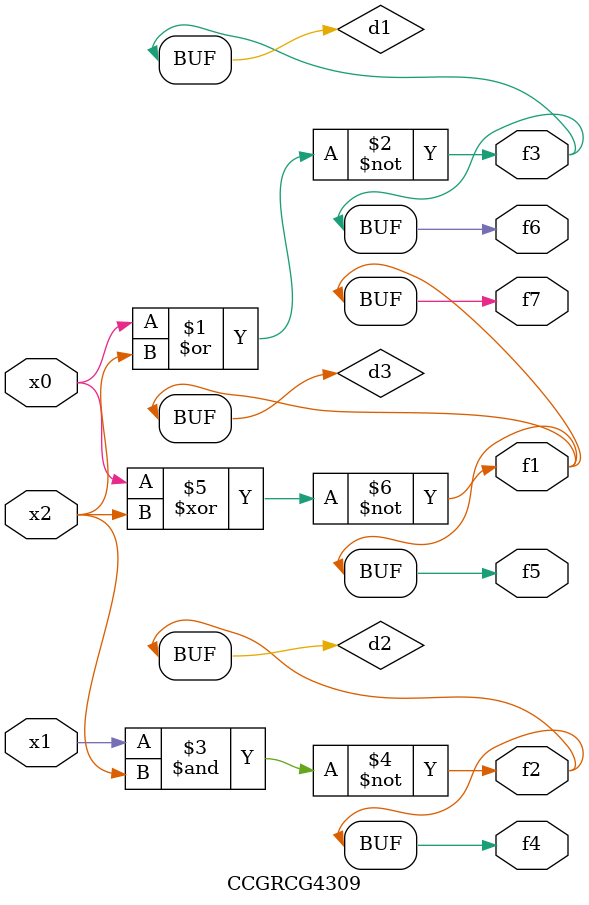
<source format=v>
module CCGRCG4309(
	input x0, x1, x2,
	output f1, f2, f3, f4, f5, f6, f7
);

	wire d1, d2, d3;

	nor (d1, x0, x2);
	nand (d2, x1, x2);
	xnor (d3, x0, x2);
	assign f1 = d3;
	assign f2 = d2;
	assign f3 = d1;
	assign f4 = d2;
	assign f5 = d3;
	assign f6 = d1;
	assign f7 = d3;
endmodule

</source>
